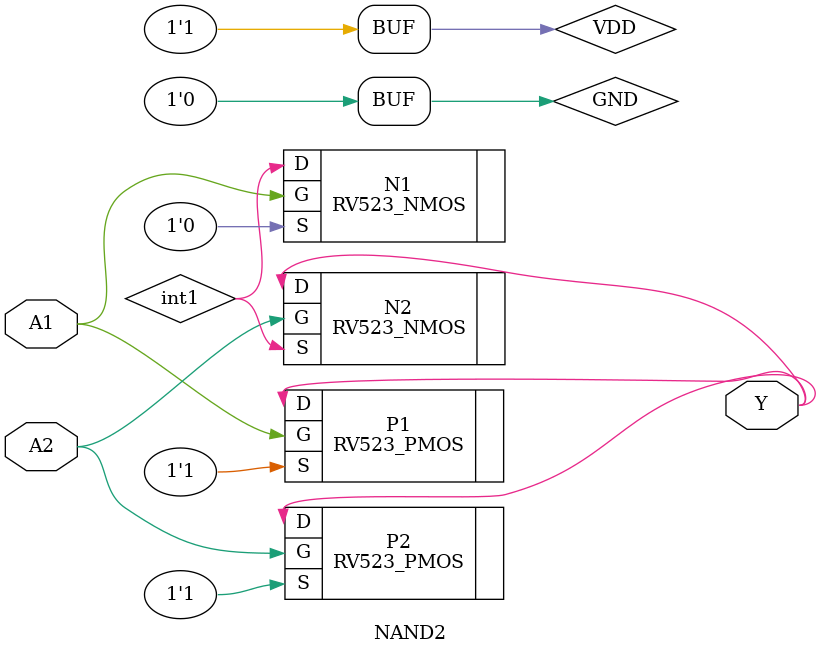
<source format=v>
(* pins = "A1,-,A2,Y" *)
module NAND2(
    output Y,
    input A1,
    input A2
);
    supply1 VDD;
    supply0 GND;
    wire int1;

    RV523_NMOS N1(
        .S(GND),
        .D(int1),
        .G(A1)
    );
    RV523_NMOS N2(
        .S(int1),
        .D(Y),
        .G(A2)
    );
    RV523_PMOS P1(
        .S(VDD),
        .D(Y),
        .G(A1)
    );
    RV523_PMOS P2(
        .S(VDD),
        .D(Y),
        .G(A2)
    );
endmodule
</source>
